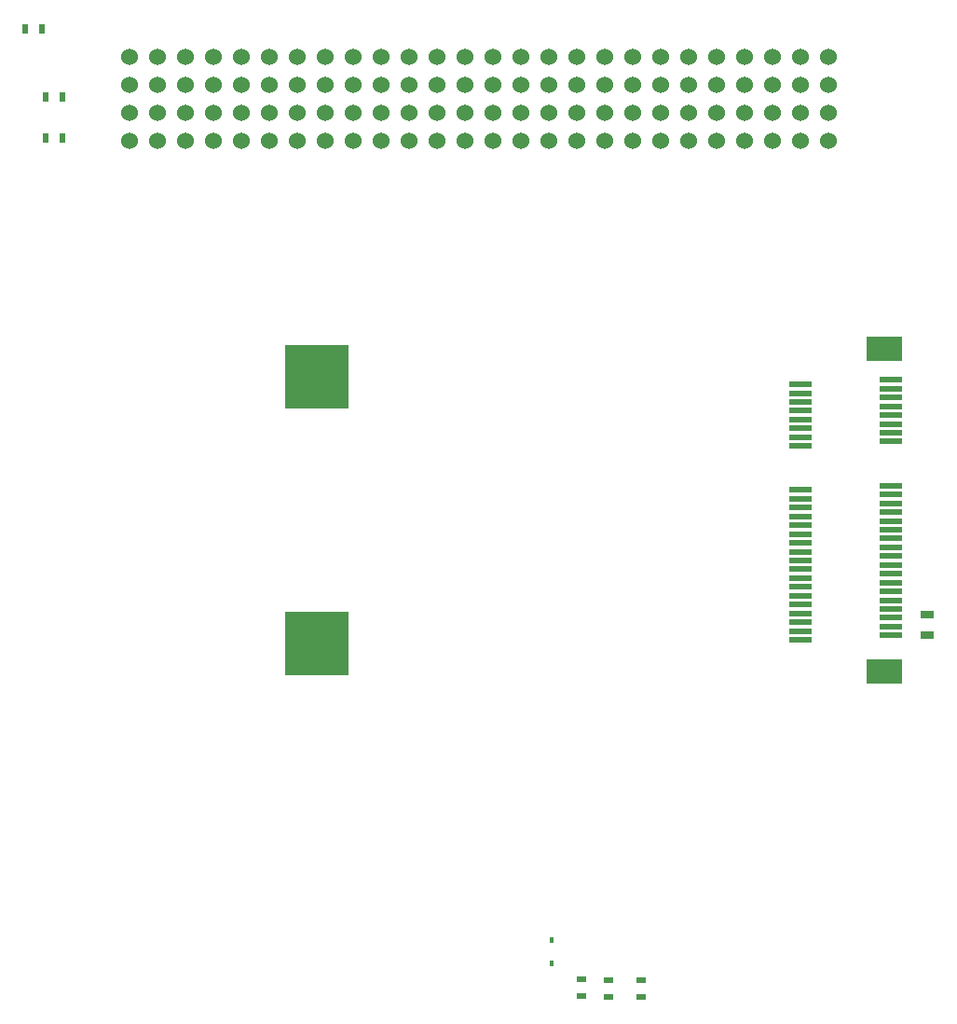
<source format=gbr>
G04 #@! TF.FileFunction,Paste,Bot*
%FSLAX45Y45*%
G04 Gerber Fmt 4.5, Leading zero omitted, Abs format (unit mm)*
G04 Created by KiCad (PCBNEW 4.0.7) date 02/13/18 13:39:06*
%MOMM*%
%LPD*%
G01*
G04 APERTURE LIST*
%ADD10C,0.100000*%
%ADD11R,0.450000X0.600000*%
%ADD12C,1.524000*%
%ADD13R,0.900000X0.500000*%
%ADD14R,1.300000X0.700000*%
%ADD15R,3.200000X2.300000*%
%ADD16R,5.800000X5.800000*%
%ADD17R,2.000000X0.600000*%
%ADD18R,0.500000X0.900000*%
G04 APERTURE END LIST*
D10*
D11*
X13465500Y-10931000D03*
X13465500Y-11141000D03*
D12*
X9626000Y-3675500D03*
X9626000Y-3421500D03*
X9880000Y-3675500D03*
X9880000Y-3421500D03*
X10134000Y-3675500D03*
X10134000Y-3421500D03*
X10388000Y-3675500D03*
X10388000Y-3421500D03*
X10642000Y-3675500D03*
X10642000Y-3421500D03*
X10896000Y-3675500D03*
X10896000Y-3421500D03*
X11150000Y-3675500D03*
X11150000Y-3421500D03*
X11404000Y-3675500D03*
X11404000Y-3421500D03*
X11658000Y-3675500D03*
X11658000Y-3421500D03*
X11912000Y-3675500D03*
X11912000Y-3421500D03*
X12166000Y-3675500D03*
X12166000Y-3421500D03*
X12420000Y-3675500D03*
X12420000Y-3421500D03*
X12674000Y-3675500D03*
X12674000Y-3421500D03*
X12928000Y-3675500D03*
X12928000Y-3421500D03*
X13182000Y-3675500D03*
X13182000Y-3421500D03*
X13436000Y-3675500D03*
X13436000Y-3421500D03*
X13690000Y-3675500D03*
X13690000Y-3421500D03*
X13944000Y-3675500D03*
X13944000Y-3421500D03*
X14198000Y-3675500D03*
X14198000Y-3421500D03*
X14452000Y-3675500D03*
X14452000Y-3421500D03*
X14706000Y-3675500D03*
X14706000Y-3421500D03*
X14960000Y-3675500D03*
X14960000Y-3421500D03*
X15214000Y-3675500D03*
X15214000Y-3421500D03*
X15468000Y-3675500D03*
X15468000Y-3421500D03*
X15722000Y-3675500D03*
X15722000Y-3421500D03*
X15976000Y-3675500D03*
X15976000Y-3421500D03*
D13*
X13975500Y-11296000D03*
X13975500Y-11446000D03*
X13733000Y-11286000D03*
X13733000Y-11436000D03*
X14273000Y-11296000D03*
X14273000Y-11446000D03*
D14*
X16876000Y-8164000D03*
X16876000Y-7974000D03*
D12*
X9625900Y-3167896D03*
X9625900Y-2913896D03*
X9879900Y-3167896D03*
X9879900Y-2913896D03*
X10133900Y-3167896D03*
X10133900Y-2913896D03*
X10387900Y-3167896D03*
X10387900Y-2913896D03*
X10641900Y-3167896D03*
X10641900Y-2913896D03*
X10895900Y-3167896D03*
X10895900Y-2913896D03*
X11149900Y-3167896D03*
X11149900Y-2913896D03*
X11403900Y-3167896D03*
X11403900Y-2913896D03*
X11657900Y-3167896D03*
X11657900Y-2913896D03*
X11911900Y-3167896D03*
X11911900Y-2913896D03*
X12165900Y-3167896D03*
X12165900Y-2913896D03*
X12419900Y-3167896D03*
X12419900Y-2913896D03*
X12673900Y-3167896D03*
X12673900Y-2913896D03*
X12927900Y-3167896D03*
X12927900Y-2913896D03*
X13181900Y-3167896D03*
X13181900Y-2913896D03*
X13435900Y-3167896D03*
X13435900Y-2913896D03*
X13689900Y-3167896D03*
X13689900Y-2913896D03*
X13943900Y-3167896D03*
X13943900Y-2913896D03*
X14197900Y-3167896D03*
X14197900Y-2913896D03*
X14451900Y-3167896D03*
X14451900Y-2913896D03*
X14705900Y-3167896D03*
X14705900Y-2913896D03*
X14959900Y-3167896D03*
X14959900Y-2913896D03*
X15213900Y-3167896D03*
X15213900Y-2913896D03*
X15467900Y-3167896D03*
X15467900Y-2913896D03*
X15721900Y-3167896D03*
X15721900Y-2913896D03*
X15975900Y-3167896D03*
X15975900Y-2913896D03*
D15*
X16485000Y-5560000D03*
X16485000Y-8490000D03*
D16*
X11330000Y-5815000D03*
X11330000Y-8235000D03*
D17*
X16545000Y-5845000D03*
X15725000Y-5885000D03*
X16545000Y-5925000D03*
X15725000Y-5965000D03*
X16545000Y-6005000D03*
X15725000Y-6045000D03*
X16545000Y-6085000D03*
X15725000Y-6125000D03*
X16545000Y-6165000D03*
X15725000Y-6205000D03*
X16545000Y-6245000D03*
X15725000Y-6285000D03*
X16545000Y-6325000D03*
X15725000Y-6365000D03*
X16545000Y-6405000D03*
X15725000Y-6445000D03*
X16545000Y-6805000D03*
X15725000Y-6845000D03*
X16545000Y-6885000D03*
X15725000Y-6925000D03*
X16545000Y-6965000D03*
X15725000Y-7005000D03*
X16545000Y-7045000D03*
X15725000Y-7085000D03*
X16545000Y-7125000D03*
X15725000Y-7165000D03*
X16545000Y-7205000D03*
X15725000Y-7245000D03*
X16545000Y-7285000D03*
X15725000Y-7325000D03*
X16545000Y-7365000D03*
X15725000Y-7405000D03*
X16545000Y-7445000D03*
X15725000Y-7485000D03*
X16545000Y-7525000D03*
X15725000Y-7565000D03*
X16545000Y-7605000D03*
X15725000Y-7645000D03*
X16545000Y-7685000D03*
X15725000Y-7725000D03*
X16545000Y-7765000D03*
X15725000Y-7805000D03*
X16545000Y-7845000D03*
X15725000Y-7885000D03*
X16545000Y-7925000D03*
X15725000Y-7965000D03*
X16545000Y-8005000D03*
X15725000Y-8045000D03*
X16545000Y-8085000D03*
X15725000Y-8125000D03*
X16545000Y-8165000D03*
X15725000Y-8205000D03*
D18*
X8832500Y-2657500D03*
X8682500Y-2657500D03*
X9015000Y-3277500D03*
X8865000Y-3277500D03*
X9017500Y-3650000D03*
X8867500Y-3650000D03*
M02*

</source>
